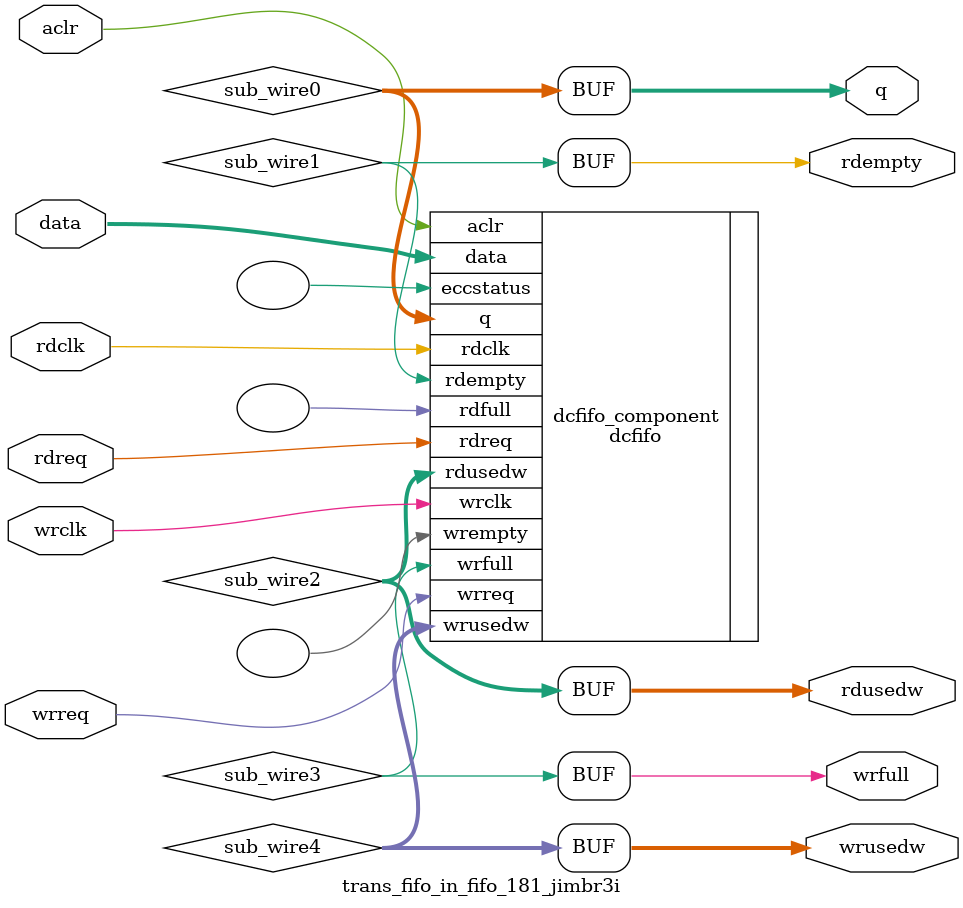
<source format=v>



`timescale 1 ps / 1 ps
// synopsys translate_on
module  trans_fifo_in_fifo_181_jimbr3i  (
    aclr,
    data,
    rdclk,
    rdreq,
    wrclk,
    wrreq,
    q,
    rdempty,
    rdusedw,
    wrfull,
    wrusedw);

    input    aclr;
    input  [71:0]  data;
    input    rdclk;
    input    rdreq;
    input    wrclk;
    input    wrreq;
    output [71:0]  q;
    output   rdempty;
    output [9:0]  rdusedw;
    output   wrfull;
    output [9:0]  wrusedw;
`ifndef ALTERA_RESERVED_QIS
// synopsys translate_off
`endif
    tri0     aclr;
`ifndef ALTERA_RESERVED_QIS
// synopsys translate_on
`endif

    wire [71:0] sub_wire0;
    wire  sub_wire1;
    wire [9:0] sub_wire2;
    wire  sub_wire3;
    wire [9:0] sub_wire4;
    wire [71:0] q = sub_wire0[71:0];
    wire  rdempty = sub_wire1;
    wire [9:0] rdusedw = sub_wire2[9:0];
    wire  wrfull = sub_wire3;
    wire [9:0] wrusedw = sub_wire4[9:0];

    dcfifo  dcfifo_component (
                .aclr (aclr),
                .data (data),
                .rdclk (rdclk),
                .rdreq (rdreq),
                .wrclk (wrclk),
                .wrreq (wrreq),
                .q (sub_wire0),
                .rdempty (sub_wire1),
                .rdusedw (sub_wire2),
                .wrfull (sub_wire3),
                .wrusedw (sub_wire4),
                .eccstatus (),
                .rdfull (),
                .wrempty ());
    defparam
        dcfifo_component.add_usedw_msb_bit  = "ON",
        dcfifo_component.enable_ecc  = "FALSE",
        dcfifo_component.intended_device_family  = "Arria 10",
        dcfifo_component.lpm_hint  = "DISABLE_DCFIFO_EMBEDDED_TIMING_CONSTRAINT=TRUE",
        dcfifo_component.lpm_numwords  = 512,
        dcfifo_component.lpm_showahead  = "OFF",
        dcfifo_component.lpm_type  = "dcfifo",
        dcfifo_component.lpm_width  = 72,
        dcfifo_component.lpm_widthu  = 10,
        dcfifo_component.overflow_checking  = "ON",
        dcfifo_component.rdsync_delaypipe  = 5,
        dcfifo_component.read_aclr_synch  = "ON",
        dcfifo_component.underflow_checking  = "ON",
        dcfifo_component.use_eab  = "ON",
        dcfifo_component.write_aclr_synch  = "OFF",
        dcfifo_component.wrsync_delaypipe  = 5;


endmodule



</source>
